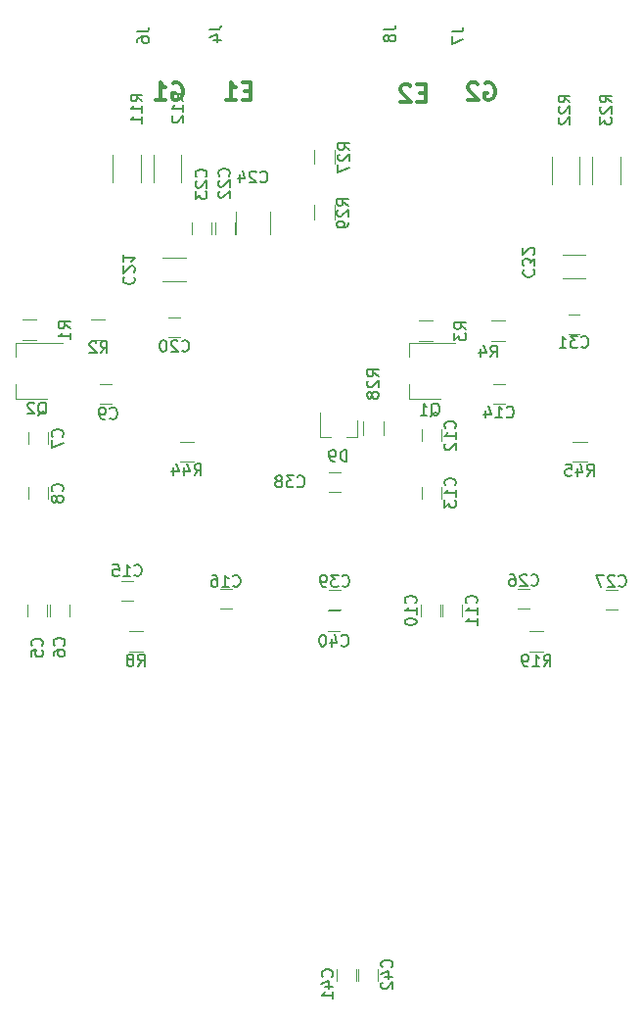
<source format=gbo>
G04 #@! TF.GenerationSoftware,KiCad,Pcbnew,no-vcs-found-b05a40e~61~ubuntu17.10.1*
G04 #@! TF.CreationDate,2017-12-27T10:39:54-05:00*
G04 #@! TF.ProjectId,ENNOID Dual Gate Driver,454E4E4F4944204475616C2047617465,rev?*
G04 #@! TF.SameCoordinates,Original*
G04 #@! TF.FileFunction,Legend,Bot*
G04 #@! TF.FilePolarity,Positive*
%FSLAX46Y46*%
G04 Gerber Fmt 4.6, Leading zero omitted, Abs format (unit mm)*
G04 Created by KiCad (PCBNEW no-vcs-found-b05a40e~61~ubuntu17.10.1) date Wed Dec 27 10:39:54 2017*
%MOMM*%
%LPD*%
G01*
G04 APERTURE LIST*
%ADD10C,0.300000*%
%ADD11C,0.120000*%
%ADD12C,0.150000*%
G04 APERTURE END LIST*
D10*
X23540114Y-8833657D02*
X23040114Y-8833657D01*
X22825828Y-9619371D02*
X23540114Y-9619371D01*
X23540114Y-8119371D01*
X22825828Y-8119371D01*
X21397257Y-9619371D02*
X22254400Y-9619371D01*
X21825828Y-9619371D02*
X21825828Y-8119371D01*
X21968685Y-8333657D01*
X22111542Y-8476514D01*
X22254400Y-8547942D01*
X16780628Y-8190800D02*
X16923485Y-8119371D01*
X17137771Y-8119371D01*
X17352057Y-8190800D01*
X17494914Y-8333657D01*
X17566342Y-8476514D01*
X17637771Y-8762228D01*
X17637771Y-8976514D01*
X17566342Y-9262228D01*
X17494914Y-9405085D01*
X17352057Y-9547942D01*
X17137771Y-9619371D01*
X16994914Y-9619371D01*
X16780628Y-9547942D01*
X16709200Y-9476514D01*
X16709200Y-8976514D01*
X16994914Y-8976514D01*
X15280628Y-9619371D02*
X16137771Y-9619371D01*
X15709200Y-9619371D02*
X15709200Y-8119371D01*
X15852057Y-8333657D01*
X15994914Y-8476514D01*
X16137771Y-8547942D01*
X43806228Y-8190800D02*
X43949085Y-8119371D01*
X44163371Y-8119371D01*
X44377657Y-8190800D01*
X44520514Y-8333657D01*
X44591942Y-8476514D01*
X44663371Y-8762228D01*
X44663371Y-8976514D01*
X44591942Y-9262228D01*
X44520514Y-9405085D01*
X44377657Y-9547942D01*
X44163371Y-9619371D01*
X44020514Y-9619371D01*
X43806228Y-9547942D01*
X43734800Y-9476514D01*
X43734800Y-8976514D01*
X44020514Y-8976514D01*
X43163371Y-8262228D02*
X43091942Y-8190800D01*
X42949085Y-8119371D01*
X42591942Y-8119371D01*
X42449085Y-8190800D01*
X42377657Y-8262228D01*
X42306228Y-8405085D01*
X42306228Y-8547942D01*
X42377657Y-8762228D01*
X43234800Y-9619371D01*
X42306228Y-9619371D01*
X38627714Y-8986057D02*
X38127714Y-8986057D01*
X37913428Y-9771771D02*
X38627714Y-9771771D01*
X38627714Y-8271771D01*
X37913428Y-8271771D01*
X37342000Y-8414628D02*
X37270571Y-8343200D01*
X37127714Y-8271771D01*
X36770571Y-8271771D01*
X36627714Y-8343200D01*
X36556285Y-8414628D01*
X36484857Y-8557485D01*
X36484857Y-8700342D01*
X36556285Y-8914628D01*
X37413428Y-9771771D01*
X36484857Y-9771771D01*
D11*
X32855800Y-85691600D02*
X32855800Y-84691600D01*
X34555800Y-84691600D02*
X34555800Y-85691600D01*
X5930000Y-53221000D02*
X5930000Y-54221000D01*
X4230000Y-54221000D02*
X4230000Y-53221000D01*
X6160400Y-54221000D02*
X6160400Y-53221000D01*
X7860400Y-53221000D02*
X7860400Y-54221000D01*
X6006200Y-38349300D02*
X6006200Y-39349300D01*
X4306200Y-39349300D02*
X4306200Y-38349300D01*
X4306200Y-44086400D02*
X4306200Y-43086400D01*
X6006200Y-43086400D02*
X6006200Y-44086400D01*
X10500000Y-34150000D02*
X11500000Y-34150000D01*
X11500000Y-35850000D02*
X10500000Y-35850000D01*
X39940600Y-53246400D02*
X39940600Y-54246400D01*
X38240600Y-54246400D02*
X38240600Y-53246400D01*
X40120200Y-54246400D02*
X40120200Y-53246400D01*
X41820200Y-53246400D02*
X41820200Y-54246400D01*
X40016800Y-38050800D02*
X40016800Y-39050800D01*
X38316800Y-39050800D02*
X38316800Y-38050800D01*
X38316800Y-44050800D02*
X38316800Y-43050800D01*
X40016800Y-43050800D02*
X40016800Y-44050800D01*
X44500000Y-34150000D02*
X45500000Y-34150000D01*
X45500000Y-35850000D02*
X44500000Y-35850000D01*
X12327000Y-51194600D02*
X13327000Y-51194600D01*
X13327000Y-52894600D02*
X12327000Y-52894600D01*
X20861400Y-51880400D02*
X21861400Y-51880400D01*
X21861400Y-53580400D02*
X20861400Y-53580400D01*
X16390400Y-28433600D02*
X17390400Y-28433600D01*
X17390400Y-30133600D02*
X16390400Y-30133600D01*
X15890400Y-23263600D02*
X17890400Y-23263600D01*
X17890400Y-25303600D02*
X15890400Y-25303600D01*
X22132200Y-20213000D02*
X22132200Y-21213000D01*
X20432200Y-21213000D02*
X20432200Y-20213000D01*
X18432200Y-21213000D02*
X18432200Y-20213000D01*
X20132200Y-20213000D02*
X20132200Y-21213000D01*
X22269000Y-19218400D02*
X22269000Y-21218400D01*
X25229000Y-21218400D02*
X25229000Y-19218400D01*
X47642400Y-53580400D02*
X46642400Y-53580400D01*
X46642400Y-51880400D02*
X47642400Y-51880400D01*
X54262400Y-51931200D02*
X55262400Y-51931200D01*
X55262400Y-53631200D02*
X54262400Y-53631200D01*
X51000000Y-28128800D02*
X52000000Y-28128800D01*
X52000000Y-29828800D02*
X51000000Y-29828800D01*
X50500000Y-22958800D02*
X52500000Y-22958800D01*
X52500000Y-24998800D02*
X50500000Y-24998800D01*
X30259400Y-51931200D02*
X31259400Y-51931200D01*
X31259400Y-53631200D02*
X30259400Y-53631200D01*
X31183200Y-55460000D02*
X30183200Y-55460000D01*
X30183200Y-53760000D02*
X31183200Y-53760000D01*
X32676200Y-84691600D02*
X32676200Y-85691600D01*
X30976200Y-85691600D02*
X30976200Y-84691600D01*
X37220000Y-30600000D02*
X37220000Y-31800000D01*
X41220000Y-30600000D02*
X37220000Y-30600000D01*
X37220000Y-35400000D02*
X39920000Y-35400000D01*
X37220000Y-34200000D02*
X37220000Y-35400000D01*
X3220000Y-30600000D02*
X3220000Y-31800000D01*
X7220000Y-30600000D02*
X3220000Y-30600000D01*
X3220000Y-35400000D02*
X5920000Y-35400000D01*
X3220000Y-34200000D02*
X3220000Y-35400000D01*
X4994200Y-28558600D02*
X3794200Y-28558600D01*
X3794200Y-30318600D02*
X4994200Y-30318600D01*
X10937800Y-28558600D02*
X9737800Y-28558600D01*
X9737800Y-30318600D02*
X10937800Y-30318600D01*
X38058800Y-30394800D02*
X39258800Y-30394800D01*
X39258800Y-28634800D02*
X38058800Y-28634800D01*
X45507200Y-28634800D02*
X44307200Y-28634800D01*
X44307200Y-30394800D02*
X45507200Y-30394800D01*
X14189000Y-55482600D02*
X12989000Y-55482600D01*
X12989000Y-57242600D02*
X14189000Y-57242600D01*
X13994000Y-14349600D02*
X13994000Y-16749600D01*
X11594000Y-14349600D02*
X11594000Y-16749600D01*
X15094000Y-14349600D02*
X15094000Y-16749600D01*
X17494000Y-14349600D02*
X17494000Y-16749600D01*
X47634600Y-57268000D02*
X48834600Y-57268000D01*
X48834600Y-55508000D02*
X47634600Y-55508000D01*
X49585600Y-14502000D02*
X49585600Y-16902000D01*
X51985600Y-14502000D02*
X51985600Y-16902000D01*
X55485600Y-14502000D02*
X55485600Y-16902000D01*
X53085600Y-14502000D02*
X53085600Y-16902000D01*
X29041200Y-13928800D02*
X29041200Y-15128800D01*
X30801200Y-15128800D02*
X30801200Y-13928800D01*
X34997600Y-38600000D02*
X34997600Y-37400000D01*
X33237600Y-37400000D02*
X33237600Y-38600000D01*
X30801200Y-19904000D02*
X30801200Y-18704000D01*
X29041200Y-18704000D02*
X29041200Y-19904000D01*
X30284800Y-41771200D02*
X31284800Y-41771200D01*
X31284800Y-43471200D02*
X30284800Y-43471200D01*
X32697600Y-38760000D02*
X32697600Y-37300000D01*
X29537600Y-38760000D02*
X29537600Y-36600000D01*
X29537600Y-38760000D02*
X30467600Y-38760000D01*
X32697600Y-38760000D02*
X31767600Y-38760000D01*
X18600000Y-39120000D02*
X17400000Y-39120000D01*
X17400000Y-40880000D02*
X18600000Y-40880000D01*
X51400000Y-40880000D02*
X52600000Y-40880000D01*
X52600000Y-39120000D02*
X51400000Y-39120000D01*
D12*
X35713942Y-84523342D02*
X35761561Y-84475723D01*
X35809180Y-84332866D01*
X35809180Y-84237628D01*
X35761561Y-84094771D01*
X35666323Y-83999533D01*
X35571085Y-83951914D01*
X35380609Y-83904295D01*
X35237752Y-83904295D01*
X35047276Y-83951914D01*
X34952038Y-83999533D01*
X34856800Y-84094771D01*
X34809180Y-84237628D01*
X34809180Y-84332866D01*
X34856800Y-84475723D01*
X34904419Y-84523342D01*
X35142514Y-85380485D02*
X35809180Y-85380485D01*
X34761561Y-85142390D02*
X35475847Y-84904295D01*
X35475847Y-85523342D01*
X34904419Y-85856676D02*
X34856800Y-85904295D01*
X34809180Y-85999533D01*
X34809180Y-86237628D01*
X34856800Y-86332866D01*
X34904419Y-86380485D01*
X34999657Y-86428104D01*
X35094895Y-86428104D01*
X35237752Y-86380485D01*
X35809180Y-85809057D01*
X35809180Y-86428104D01*
X5437142Y-56754733D02*
X5484761Y-56707114D01*
X5532380Y-56564257D01*
X5532380Y-56469019D01*
X5484761Y-56326161D01*
X5389523Y-56230923D01*
X5294285Y-56183304D01*
X5103809Y-56135685D01*
X4960952Y-56135685D01*
X4770476Y-56183304D01*
X4675238Y-56230923D01*
X4580000Y-56326161D01*
X4532380Y-56469019D01*
X4532380Y-56564257D01*
X4580000Y-56707114D01*
X4627619Y-56754733D01*
X4532380Y-57659495D02*
X4532380Y-57183304D01*
X5008571Y-57135685D01*
X4960952Y-57183304D01*
X4913333Y-57278542D01*
X4913333Y-57516638D01*
X4960952Y-57611876D01*
X5008571Y-57659495D01*
X5103809Y-57707114D01*
X5341904Y-57707114D01*
X5437142Y-57659495D01*
X5484761Y-57611876D01*
X5532380Y-57516638D01*
X5532380Y-57278542D01*
X5484761Y-57183304D01*
X5437142Y-57135685D01*
X7367542Y-56729333D02*
X7415161Y-56681714D01*
X7462780Y-56538857D01*
X7462780Y-56443619D01*
X7415161Y-56300761D01*
X7319923Y-56205523D01*
X7224685Y-56157904D01*
X7034209Y-56110285D01*
X6891352Y-56110285D01*
X6700876Y-56157904D01*
X6605638Y-56205523D01*
X6510400Y-56300761D01*
X6462780Y-56443619D01*
X6462780Y-56538857D01*
X6510400Y-56681714D01*
X6558019Y-56729333D01*
X6462780Y-57586476D02*
X6462780Y-57396000D01*
X6510400Y-57300761D01*
X6558019Y-57253142D01*
X6700876Y-57157904D01*
X6891352Y-57110285D01*
X7272304Y-57110285D01*
X7367542Y-57157904D01*
X7415161Y-57205523D01*
X7462780Y-57300761D01*
X7462780Y-57491238D01*
X7415161Y-57586476D01*
X7367542Y-57634095D01*
X7272304Y-57681714D01*
X7034209Y-57681714D01*
X6938971Y-57634095D01*
X6891352Y-57586476D01*
X6843733Y-57491238D01*
X6843733Y-57300761D01*
X6891352Y-57205523D01*
X6938971Y-57157904D01*
X7034209Y-57110285D01*
X7215142Y-38695333D02*
X7262761Y-38647714D01*
X7310380Y-38504857D01*
X7310380Y-38409619D01*
X7262761Y-38266761D01*
X7167523Y-38171523D01*
X7072285Y-38123904D01*
X6881809Y-38076285D01*
X6738952Y-38076285D01*
X6548476Y-38123904D01*
X6453238Y-38171523D01*
X6358000Y-38266761D01*
X6310380Y-38409619D01*
X6310380Y-38504857D01*
X6358000Y-38647714D01*
X6405619Y-38695333D01*
X6310380Y-39028666D02*
X6310380Y-39695333D01*
X7310380Y-39266761D01*
X7215142Y-43419733D02*
X7262761Y-43372114D01*
X7310380Y-43229257D01*
X7310380Y-43134019D01*
X7262761Y-42991161D01*
X7167523Y-42895923D01*
X7072285Y-42848304D01*
X6881809Y-42800685D01*
X6738952Y-42800685D01*
X6548476Y-42848304D01*
X6453238Y-42895923D01*
X6358000Y-42991161D01*
X6310380Y-43134019D01*
X6310380Y-43229257D01*
X6358000Y-43372114D01*
X6405619Y-43419733D01*
X6738952Y-43991161D02*
X6691333Y-43895923D01*
X6643714Y-43848304D01*
X6548476Y-43800685D01*
X6500857Y-43800685D01*
X6405619Y-43848304D01*
X6358000Y-43895923D01*
X6310380Y-43991161D01*
X6310380Y-44181638D01*
X6358000Y-44276876D01*
X6405619Y-44324495D01*
X6500857Y-44372114D01*
X6548476Y-44372114D01*
X6643714Y-44324495D01*
X6691333Y-44276876D01*
X6738952Y-44181638D01*
X6738952Y-43991161D01*
X6786571Y-43895923D01*
X6834190Y-43848304D01*
X6929428Y-43800685D01*
X7119904Y-43800685D01*
X7215142Y-43848304D01*
X7262761Y-43895923D01*
X7310380Y-43991161D01*
X7310380Y-44181638D01*
X7262761Y-44276876D01*
X7215142Y-44324495D01*
X7119904Y-44372114D01*
X6929428Y-44372114D01*
X6834190Y-44324495D01*
X6786571Y-44276876D01*
X6738952Y-44181638D01*
X11359706Y-37084342D02*
X11407325Y-37131961D01*
X11550182Y-37179580D01*
X11645420Y-37179580D01*
X11788278Y-37131961D01*
X11883516Y-37036723D01*
X11931135Y-36941485D01*
X11978754Y-36751009D01*
X11978754Y-36608152D01*
X11931135Y-36417676D01*
X11883516Y-36322438D01*
X11788278Y-36227200D01*
X11645420Y-36179580D01*
X11550182Y-36179580D01*
X11407325Y-36227200D01*
X11359706Y-36274819D01*
X10883516Y-37179580D02*
X10693040Y-37179580D01*
X10597801Y-37131961D01*
X10550182Y-37084342D01*
X10454944Y-36941485D01*
X10407325Y-36751009D01*
X10407325Y-36370057D01*
X10454944Y-36274819D01*
X10502563Y-36227200D01*
X10597801Y-36179580D01*
X10788278Y-36179580D01*
X10883516Y-36227200D01*
X10931135Y-36274819D01*
X10978754Y-36370057D01*
X10978754Y-36608152D01*
X10931135Y-36703390D01*
X10883516Y-36751009D01*
X10788278Y-36798628D01*
X10597801Y-36798628D01*
X10502563Y-36751009D01*
X10454944Y-36703390D01*
X10407325Y-36608152D01*
X37771342Y-53065442D02*
X37818961Y-53017823D01*
X37866580Y-52874966D01*
X37866580Y-52779728D01*
X37818961Y-52636871D01*
X37723723Y-52541633D01*
X37628485Y-52494014D01*
X37438009Y-52446395D01*
X37295152Y-52446395D01*
X37104676Y-52494014D01*
X37009438Y-52541633D01*
X36914200Y-52636871D01*
X36866580Y-52779728D01*
X36866580Y-52874966D01*
X36914200Y-53017823D01*
X36961819Y-53065442D01*
X37866580Y-54017823D02*
X37866580Y-53446395D01*
X37866580Y-53732109D02*
X36866580Y-53732109D01*
X37009438Y-53636871D01*
X37104676Y-53541633D01*
X37152295Y-53446395D01*
X36866580Y-54636871D02*
X36866580Y-54732109D01*
X36914200Y-54827347D01*
X36961819Y-54874966D01*
X37057057Y-54922585D01*
X37247533Y-54970204D01*
X37485628Y-54970204D01*
X37676104Y-54922585D01*
X37771342Y-54874966D01*
X37818961Y-54827347D01*
X37866580Y-54732109D01*
X37866580Y-54636871D01*
X37818961Y-54541633D01*
X37771342Y-54494014D01*
X37676104Y-54446395D01*
X37485628Y-54398776D01*
X37247533Y-54398776D01*
X37057057Y-54446395D01*
X36961819Y-54494014D01*
X36914200Y-54541633D01*
X36866580Y-54636871D01*
X43029142Y-53065442D02*
X43076761Y-53017823D01*
X43124380Y-52874966D01*
X43124380Y-52779728D01*
X43076761Y-52636871D01*
X42981523Y-52541633D01*
X42886285Y-52494014D01*
X42695809Y-52446395D01*
X42552952Y-52446395D01*
X42362476Y-52494014D01*
X42267238Y-52541633D01*
X42172000Y-52636871D01*
X42124380Y-52779728D01*
X42124380Y-52874966D01*
X42172000Y-53017823D01*
X42219619Y-53065442D01*
X43124380Y-54017823D02*
X43124380Y-53446395D01*
X43124380Y-53732109D02*
X42124380Y-53732109D01*
X42267238Y-53636871D01*
X42362476Y-53541633D01*
X42410095Y-53446395D01*
X43124380Y-54970204D02*
X43124380Y-54398776D01*
X43124380Y-54684490D02*
X42124380Y-54684490D01*
X42267238Y-54589252D01*
X42362476Y-54494014D01*
X42410095Y-54398776D01*
X41200342Y-37958742D02*
X41247961Y-37911123D01*
X41295580Y-37768266D01*
X41295580Y-37673028D01*
X41247961Y-37530171D01*
X41152723Y-37434933D01*
X41057485Y-37387314D01*
X40867009Y-37339695D01*
X40724152Y-37339695D01*
X40533676Y-37387314D01*
X40438438Y-37434933D01*
X40343200Y-37530171D01*
X40295580Y-37673028D01*
X40295580Y-37768266D01*
X40343200Y-37911123D01*
X40390819Y-37958742D01*
X41295580Y-38911123D02*
X41295580Y-38339695D01*
X41295580Y-38625409D02*
X40295580Y-38625409D01*
X40438438Y-38530171D01*
X40533676Y-38434933D01*
X40581295Y-38339695D01*
X40390819Y-39292076D02*
X40343200Y-39339695D01*
X40295580Y-39434933D01*
X40295580Y-39673028D01*
X40343200Y-39768266D01*
X40390819Y-39815885D01*
X40486057Y-39863504D01*
X40581295Y-39863504D01*
X40724152Y-39815885D01*
X41295580Y-39244457D01*
X41295580Y-39863504D01*
X41200342Y-42907942D02*
X41247961Y-42860323D01*
X41295580Y-42717466D01*
X41295580Y-42622228D01*
X41247961Y-42479371D01*
X41152723Y-42384133D01*
X41057485Y-42336514D01*
X40867009Y-42288895D01*
X40724152Y-42288895D01*
X40533676Y-42336514D01*
X40438438Y-42384133D01*
X40343200Y-42479371D01*
X40295580Y-42622228D01*
X40295580Y-42717466D01*
X40343200Y-42860323D01*
X40390819Y-42907942D01*
X41295580Y-43860323D02*
X41295580Y-43288895D01*
X41295580Y-43574609D02*
X40295580Y-43574609D01*
X40438438Y-43479371D01*
X40533676Y-43384133D01*
X40581295Y-43288895D01*
X40295580Y-44193657D02*
X40295580Y-44812704D01*
X40676533Y-44479371D01*
X40676533Y-44622228D01*
X40724152Y-44717466D01*
X40771771Y-44765085D01*
X40867009Y-44812704D01*
X41105104Y-44812704D01*
X41200342Y-44765085D01*
X41247961Y-44717466D01*
X41295580Y-44622228D01*
X41295580Y-44336514D01*
X41247961Y-44241276D01*
X41200342Y-44193657D01*
X45651657Y-36985282D02*
X45699276Y-37032901D01*
X45842133Y-37080520D01*
X45937371Y-37080520D01*
X46080228Y-37032901D01*
X46175466Y-36937663D01*
X46223085Y-36842425D01*
X46270704Y-36651949D01*
X46270704Y-36509092D01*
X46223085Y-36318616D01*
X46175466Y-36223378D01*
X46080228Y-36128140D01*
X45937371Y-36080520D01*
X45842133Y-36080520D01*
X45699276Y-36128140D01*
X45651657Y-36175759D01*
X44699276Y-37080520D02*
X45270704Y-37080520D01*
X44984990Y-37080520D02*
X44984990Y-36080520D01*
X45080228Y-36223378D01*
X45175466Y-36318616D01*
X45270704Y-36366235D01*
X43842133Y-36413854D02*
X43842133Y-37080520D01*
X44080228Y-36032901D02*
X44318323Y-36747187D01*
X43699276Y-36747187D01*
X13469857Y-50651742D02*
X13517476Y-50699361D01*
X13660333Y-50746980D01*
X13755571Y-50746980D01*
X13898428Y-50699361D01*
X13993666Y-50604123D01*
X14041285Y-50508885D01*
X14088904Y-50318409D01*
X14088904Y-50175552D01*
X14041285Y-49985076D01*
X13993666Y-49889838D01*
X13898428Y-49794600D01*
X13755571Y-49746980D01*
X13660333Y-49746980D01*
X13517476Y-49794600D01*
X13469857Y-49842219D01*
X12517476Y-50746980D02*
X13088904Y-50746980D01*
X12803190Y-50746980D02*
X12803190Y-49746980D01*
X12898428Y-49889838D01*
X12993666Y-49985076D01*
X13088904Y-50032695D01*
X11612714Y-49746980D02*
X12088904Y-49746980D01*
X12136523Y-50223171D01*
X12088904Y-50175552D01*
X11993666Y-50127933D01*
X11755571Y-50127933D01*
X11660333Y-50175552D01*
X11612714Y-50223171D01*
X11565095Y-50318409D01*
X11565095Y-50556504D01*
X11612714Y-50651742D01*
X11660333Y-50699361D01*
X11755571Y-50746980D01*
X11993666Y-50746980D01*
X12088904Y-50699361D01*
X12136523Y-50651742D01*
X22004257Y-51563542D02*
X22051876Y-51611161D01*
X22194733Y-51658780D01*
X22289971Y-51658780D01*
X22432828Y-51611161D01*
X22528066Y-51515923D01*
X22575685Y-51420685D01*
X22623304Y-51230209D01*
X22623304Y-51087352D01*
X22575685Y-50896876D01*
X22528066Y-50801638D01*
X22432828Y-50706400D01*
X22289971Y-50658780D01*
X22194733Y-50658780D01*
X22051876Y-50706400D01*
X22004257Y-50754019D01*
X21051876Y-51658780D02*
X21623304Y-51658780D01*
X21337590Y-51658780D02*
X21337590Y-50658780D01*
X21432828Y-50801638D01*
X21528066Y-50896876D01*
X21623304Y-50944495D01*
X20194733Y-50658780D02*
X20385209Y-50658780D01*
X20480447Y-50706400D01*
X20528066Y-50754019D01*
X20623304Y-50896876D01*
X20670923Y-51087352D01*
X20670923Y-51468304D01*
X20623304Y-51563542D01*
X20575685Y-51611161D01*
X20480447Y-51658780D01*
X20289971Y-51658780D01*
X20194733Y-51611161D01*
X20147114Y-51563542D01*
X20099495Y-51468304D01*
X20099495Y-51230209D01*
X20147114Y-51134971D01*
X20194733Y-51087352D01*
X20289971Y-51039733D01*
X20480447Y-51039733D01*
X20575685Y-51087352D01*
X20623304Y-51134971D01*
X20670923Y-51230209D01*
X17584057Y-31266342D02*
X17631676Y-31313961D01*
X17774533Y-31361580D01*
X17869771Y-31361580D01*
X18012628Y-31313961D01*
X18107866Y-31218723D01*
X18155485Y-31123485D01*
X18203104Y-30933009D01*
X18203104Y-30790152D01*
X18155485Y-30599676D01*
X18107866Y-30504438D01*
X18012628Y-30409200D01*
X17869771Y-30361580D01*
X17774533Y-30361580D01*
X17631676Y-30409200D01*
X17584057Y-30456819D01*
X17203104Y-30456819D02*
X17155485Y-30409200D01*
X17060247Y-30361580D01*
X16822152Y-30361580D01*
X16726914Y-30409200D01*
X16679295Y-30456819D01*
X16631676Y-30552057D01*
X16631676Y-30647295D01*
X16679295Y-30790152D01*
X17250723Y-31361580D01*
X16631676Y-31361580D01*
X16012628Y-30361580D02*
X15917390Y-30361580D01*
X15822152Y-30409200D01*
X15774533Y-30456819D01*
X15726914Y-30552057D01*
X15679295Y-30742533D01*
X15679295Y-30980628D01*
X15726914Y-31171104D01*
X15774533Y-31266342D01*
X15822152Y-31313961D01*
X15917390Y-31361580D01*
X16012628Y-31361580D01*
X16107866Y-31313961D01*
X16155485Y-31266342D01*
X16203104Y-31171104D01*
X16250723Y-30980628D01*
X16250723Y-30742533D01*
X16203104Y-30552057D01*
X16155485Y-30456819D01*
X16107866Y-30409200D01*
X16012628Y-30361580D01*
X12589657Y-24890897D02*
X12542038Y-24938516D01*
X12494419Y-25081373D01*
X12494419Y-25176611D01*
X12542038Y-25319468D01*
X12637276Y-25414706D01*
X12732514Y-25462325D01*
X12922990Y-25509944D01*
X13065847Y-25509944D01*
X13256323Y-25462325D01*
X13351561Y-25414706D01*
X13446800Y-25319468D01*
X13494419Y-25176611D01*
X13494419Y-25081373D01*
X13446800Y-24938516D01*
X13399180Y-24890897D01*
X13399180Y-24509944D02*
X13446800Y-24462325D01*
X13494419Y-24367087D01*
X13494419Y-24128992D01*
X13446800Y-24033754D01*
X13399180Y-23986135D01*
X13303942Y-23938516D01*
X13208704Y-23938516D01*
X13065847Y-23986135D01*
X12494419Y-24557563D01*
X12494419Y-23938516D01*
X12494419Y-22986135D02*
X12494419Y-23557563D01*
X12494419Y-23271849D02*
X13494419Y-23271849D01*
X13351561Y-23367087D01*
X13256323Y-23462325D01*
X13208704Y-23557563D01*
X21624102Y-16171242D02*
X21671721Y-16123623D01*
X21719340Y-15980766D01*
X21719340Y-15885528D01*
X21671721Y-15742671D01*
X21576483Y-15647433D01*
X21481245Y-15599814D01*
X21290769Y-15552195D01*
X21147912Y-15552195D01*
X20957436Y-15599814D01*
X20862198Y-15647433D01*
X20766960Y-15742671D01*
X20719340Y-15885528D01*
X20719340Y-15980766D01*
X20766960Y-16123623D01*
X20814579Y-16171242D01*
X20814579Y-16552195D02*
X20766960Y-16599814D01*
X20719340Y-16695052D01*
X20719340Y-16933147D01*
X20766960Y-17028385D01*
X20814579Y-17076004D01*
X20909817Y-17123623D01*
X21005055Y-17123623D01*
X21147912Y-17076004D01*
X21719340Y-16504576D01*
X21719340Y-17123623D01*
X20814579Y-17504576D02*
X20766960Y-17552195D01*
X20719340Y-17647433D01*
X20719340Y-17885528D01*
X20766960Y-17980766D01*
X20814579Y-18028385D01*
X20909817Y-18076004D01*
X21005055Y-18076004D01*
X21147912Y-18028385D01*
X21719340Y-17456957D01*
X21719340Y-18076004D01*
X19646962Y-16234742D02*
X19694581Y-16187123D01*
X19742200Y-16044266D01*
X19742200Y-15949028D01*
X19694581Y-15806171D01*
X19599343Y-15710933D01*
X19504105Y-15663314D01*
X19313629Y-15615695D01*
X19170772Y-15615695D01*
X18980296Y-15663314D01*
X18885058Y-15710933D01*
X18789820Y-15806171D01*
X18742200Y-15949028D01*
X18742200Y-16044266D01*
X18789820Y-16187123D01*
X18837439Y-16234742D01*
X18837439Y-16615695D02*
X18789820Y-16663314D01*
X18742200Y-16758552D01*
X18742200Y-16996647D01*
X18789820Y-17091885D01*
X18837439Y-17139504D01*
X18932677Y-17187123D01*
X19027915Y-17187123D01*
X19170772Y-17139504D01*
X19742200Y-16568076D01*
X19742200Y-17187123D01*
X18742200Y-17520457D02*
X18742200Y-18139504D01*
X19123153Y-17806171D01*
X19123153Y-17949028D01*
X19170772Y-18044266D01*
X19218391Y-18091885D01*
X19313629Y-18139504D01*
X19551724Y-18139504D01*
X19646962Y-18091885D01*
X19694581Y-18044266D01*
X19742200Y-17949028D01*
X19742200Y-17663314D01*
X19694581Y-17568076D01*
X19646962Y-17520457D01*
X24366457Y-16653782D02*
X24414076Y-16701401D01*
X24556933Y-16749020D01*
X24652171Y-16749020D01*
X24795028Y-16701401D01*
X24890266Y-16606163D01*
X24937885Y-16510925D01*
X24985504Y-16320449D01*
X24985504Y-16177592D01*
X24937885Y-15987116D01*
X24890266Y-15891878D01*
X24795028Y-15796640D01*
X24652171Y-15749020D01*
X24556933Y-15749020D01*
X24414076Y-15796640D01*
X24366457Y-15844259D01*
X23985504Y-15844259D02*
X23937885Y-15796640D01*
X23842647Y-15749020D01*
X23604552Y-15749020D01*
X23509314Y-15796640D01*
X23461695Y-15844259D01*
X23414076Y-15939497D01*
X23414076Y-16034735D01*
X23461695Y-16177592D01*
X24033123Y-16749020D01*
X23414076Y-16749020D01*
X22556933Y-16082354D02*
X22556933Y-16749020D01*
X22795028Y-15701401D02*
X23033123Y-16415687D01*
X22414076Y-16415687D01*
X47785257Y-51500042D02*
X47832876Y-51547661D01*
X47975733Y-51595280D01*
X48070971Y-51595280D01*
X48213828Y-51547661D01*
X48309066Y-51452423D01*
X48356685Y-51357185D01*
X48404304Y-51166709D01*
X48404304Y-51023852D01*
X48356685Y-50833376D01*
X48309066Y-50738138D01*
X48213828Y-50642900D01*
X48070971Y-50595280D01*
X47975733Y-50595280D01*
X47832876Y-50642900D01*
X47785257Y-50690519D01*
X47404304Y-50690519D02*
X47356685Y-50642900D01*
X47261447Y-50595280D01*
X47023352Y-50595280D01*
X46928114Y-50642900D01*
X46880495Y-50690519D01*
X46832876Y-50785757D01*
X46832876Y-50880995D01*
X46880495Y-51023852D01*
X47451923Y-51595280D01*
X46832876Y-51595280D01*
X45975733Y-50595280D02*
X46166209Y-50595280D01*
X46261447Y-50642900D01*
X46309066Y-50690519D01*
X46404304Y-50833376D01*
X46451923Y-51023852D01*
X46451923Y-51404804D01*
X46404304Y-51500042D01*
X46356685Y-51547661D01*
X46261447Y-51595280D01*
X46070971Y-51595280D01*
X45975733Y-51547661D01*
X45928114Y-51500042D01*
X45880495Y-51404804D01*
X45880495Y-51166709D01*
X45928114Y-51071471D01*
X45975733Y-51023852D01*
X46070971Y-50976233D01*
X46261447Y-50976233D01*
X46356685Y-51023852D01*
X46404304Y-51071471D01*
X46451923Y-51166709D01*
X55379857Y-51563542D02*
X55427476Y-51611161D01*
X55570333Y-51658780D01*
X55665571Y-51658780D01*
X55808428Y-51611161D01*
X55903666Y-51515923D01*
X55951285Y-51420685D01*
X55998904Y-51230209D01*
X55998904Y-51087352D01*
X55951285Y-50896876D01*
X55903666Y-50801638D01*
X55808428Y-50706400D01*
X55665571Y-50658780D01*
X55570333Y-50658780D01*
X55427476Y-50706400D01*
X55379857Y-50754019D01*
X54998904Y-50754019D02*
X54951285Y-50706400D01*
X54856047Y-50658780D01*
X54617952Y-50658780D01*
X54522714Y-50706400D01*
X54475095Y-50754019D01*
X54427476Y-50849257D01*
X54427476Y-50944495D01*
X54475095Y-51087352D01*
X55046523Y-51658780D01*
X54427476Y-51658780D01*
X54094142Y-50658780D02*
X53427476Y-50658780D01*
X53856047Y-51658780D01*
X52142857Y-30910742D02*
X52190476Y-30958361D01*
X52333333Y-31005980D01*
X52428571Y-31005980D01*
X52571428Y-30958361D01*
X52666666Y-30863123D01*
X52714285Y-30767885D01*
X52761904Y-30577409D01*
X52761904Y-30434552D01*
X52714285Y-30244076D01*
X52666666Y-30148838D01*
X52571428Y-30053600D01*
X52428571Y-30005980D01*
X52333333Y-30005980D01*
X52190476Y-30053600D01*
X52142857Y-30101219D01*
X51809523Y-30005980D02*
X51190476Y-30005980D01*
X51523809Y-30386933D01*
X51380952Y-30386933D01*
X51285714Y-30434552D01*
X51238095Y-30482171D01*
X51190476Y-30577409D01*
X51190476Y-30815504D01*
X51238095Y-30910742D01*
X51285714Y-30958361D01*
X51380952Y-31005980D01*
X51666666Y-31005980D01*
X51761904Y-30958361D01*
X51809523Y-30910742D01*
X50238095Y-31005980D02*
X50809523Y-31005980D01*
X50523809Y-31005980D02*
X50523809Y-30005980D01*
X50619047Y-30148838D01*
X50714285Y-30244076D01*
X50809523Y-30291695D01*
X47165217Y-24278757D02*
X47117598Y-24326376D01*
X47069979Y-24469233D01*
X47069979Y-24564471D01*
X47117598Y-24707328D01*
X47212836Y-24802566D01*
X47308074Y-24850185D01*
X47498550Y-24897804D01*
X47641407Y-24897804D01*
X47831883Y-24850185D01*
X47927121Y-24802566D01*
X48022360Y-24707328D01*
X48069979Y-24564471D01*
X48069979Y-24469233D01*
X48022360Y-24326376D01*
X47974740Y-24278757D01*
X48069979Y-23945423D02*
X48069979Y-23326376D01*
X47689026Y-23659709D01*
X47689026Y-23516852D01*
X47641407Y-23421614D01*
X47593788Y-23373995D01*
X47498550Y-23326376D01*
X47260455Y-23326376D01*
X47165217Y-23373995D01*
X47117598Y-23421614D01*
X47069979Y-23516852D01*
X47069979Y-23802566D01*
X47117598Y-23897804D01*
X47165217Y-23945423D01*
X47974740Y-22945423D02*
X48022360Y-22897804D01*
X48069979Y-22802566D01*
X48069979Y-22564471D01*
X48022360Y-22469233D01*
X47974740Y-22421614D01*
X47879502Y-22373995D01*
X47784264Y-22373995D01*
X47641407Y-22421614D01*
X47069979Y-22993042D01*
X47069979Y-22373995D01*
X31427657Y-51563542D02*
X31475276Y-51611161D01*
X31618133Y-51658780D01*
X31713371Y-51658780D01*
X31856228Y-51611161D01*
X31951466Y-51515923D01*
X31999085Y-51420685D01*
X32046704Y-51230209D01*
X32046704Y-51087352D01*
X31999085Y-50896876D01*
X31951466Y-50801638D01*
X31856228Y-50706400D01*
X31713371Y-50658780D01*
X31618133Y-50658780D01*
X31475276Y-50706400D01*
X31427657Y-50754019D01*
X31094323Y-50658780D02*
X30475276Y-50658780D01*
X30808609Y-51039733D01*
X30665752Y-51039733D01*
X30570514Y-51087352D01*
X30522895Y-51134971D01*
X30475276Y-51230209D01*
X30475276Y-51468304D01*
X30522895Y-51563542D01*
X30570514Y-51611161D01*
X30665752Y-51658780D01*
X30951466Y-51658780D01*
X31046704Y-51611161D01*
X31094323Y-51563542D01*
X29999085Y-51658780D02*
X29808609Y-51658780D01*
X29713371Y-51611161D01*
X29665752Y-51563542D01*
X29570514Y-51420685D01*
X29522895Y-51230209D01*
X29522895Y-50849257D01*
X29570514Y-50754019D01*
X29618133Y-50706400D01*
X29713371Y-50658780D01*
X29903847Y-50658780D01*
X29999085Y-50706400D01*
X30046704Y-50754019D01*
X30094323Y-50849257D01*
X30094323Y-51087352D01*
X30046704Y-51182590D01*
X29999085Y-51230209D01*
X29903847Y-51277828D01*
X29713371Y-51277828D01*
X29618133Y-51230209D01*
X29570514Y-51182590D01*
X29522895Y-51087352D01*
X31376857Y-56719742D02*
X31424476Y-56767361D01*
X31567333Y-56814980D01*
X31662571Y-56814980D01*
X31805428Y-56767361D01*
X31900666Y-56672123D01*
X31948285Y-56576885D01*
X31995904Y-56386409D01*
X31995904Y-56243552D01*
X31948285Y-56053076D01*
X31900666Y-55957838D01*
X31805428Y-55862600D01*
X31662571Y-55814980D01*
X31567333Y-55814980D01*
X31424476Y-55862600D01*
X31376857Y-55910219D01*
X30519714Y-56148314D02*
X30519714Y-56814980D01*
X30757809Y-55767361D02*
X30995904Y-56481647D01*
X30376857Y-56481647D01*
X29805428Y-55814980D02*
X29710190Y-55814980D01*
X29614952Y-55862600D01*
X29567333Y-55910219D01*
X29519714Y-56005457D01*
X29472095Y-56195933D01*
X29472095Y-56434028D01*
X29519714Y-56624504D01*
X29567333Y-56719742D01*
X29614952Y-56767361D01*
X29710190Y-56814980D01*
X29805428Y-56814980D01*
X29900666Y-56767361D01*
X29948285Y-56719742D01*
X29995904Y-56624504D01*
X30043523Y-56434028D01*
X30043523Y-56195933D01*
X29995904Y-56005457D01*
X29948285Y-55910219D01*
X29900666Y-55862600D01*
X29805428Y-55814980D01*
X30557742Y-85361542D02*
X30605361Y-85313923D01*
X30652980Y-85171066D01*
X30652980Y-85075828D01*
X30605361Y-84932971D01*
X30510123Y-84837733D01*
X30414885Y-84790114D01*
X30224409Y-84742495D01*
X30081552Y-84742495D01*
X29891076Y-84790114D01*
X29795838Y-84837733D01*
X29700600Y-84932971D01*
X29652980Y-85075828D01*
X29652980Y-85171066D01*
X29700600Y-85313923D01*
X29748219Y-85361542D01*
X29986314Y-86218685D02*
X30652980Y-86218685D01*
X29605361Y-85980590D02*
X30319647Y-85742495D01*
X30319647Y-86361542D01*
X30652980Y-87266304D02*
X30652980Y-86694876D01*
X30652980Y-86980590D02*
X29652980Y-86980590D01*
X29795838Y-86885352D01*
X29891076Y-86790114D01*
X29938695Y-86694876D01*
X39109638Y-36931219D02*
X39204876Y-36883600D01*
X39300114Y-36788361D01*
X39442971Y-36645504D01*
X39538209Y-36597885D01*
X39633447Y-36597885D01*
X39585828Y-36835980D02*
X39681066Y-36788361D01*
X39776304Y-36693123D01*
X39823923Y-36502647D01*
X39823923Y-36169314D01*
X39776304Y-35978838D01*
X39681066Y-35883600D01*
X39585828Y-35835980D01*
X39395352Y-35835980D01*
X39300114Y-35883600D01*
X39204876Y-35978838D01*
X39157257Y-36169314D01*
X39157257Y-36502647D01*
X39204876Y-36693123D01*
X39300114Y-36788361D01*
X39395352Y-36835980D01*
X39585828Y-36835980D01*
X38204876Y-36835980D02*
X38776304Y-36835980D01*
X38490590Y-36835980D02*
X38490590Y-35835980D01*
X38585828Y-35978838D01*
X38681066Y-36074076D01*
X38776304Y-36121695D01*
X5124438Y-36829619D02*
X5219676Y-36782000D01*
X5314914Y-36686761D01*
X5457771Y-36543904D01*
X5553009Y-36496285D01*
X5648247Y-36496285D01*
X5600628Y-36734380D02*
X5695866Y-36686761D01*
X5791104Y-36591523D01*
X5838723Y-36401047D01*
X5838723Y-36067714D01*
X5791104Y-35877238D01*
X5695866Y-35782000D01*
X5600628Y-35734380D01*
X5410152Y-35734380D01*
X5314914Y-35782000D01*
X5219676Y-35877238D01*
X5172057Y-36067714D01*
X5172057Y-36401047D01*
X5219676Y-36591523D01*
X5314914Y-36686761D01*
X5410152Y-36734380D01*
X5600628Y-36734380D01*
X4791104Y-35829619D02*
X4743485Y-35782000D01*
X4648247Y-35734380D01*
X4410152Y-35734380D01*
X4314914Y-35782000D01*
X4267295Y-35829619D01*
X4219676Y-35924857D01*
X4219676Y-36020095D01*
X4267295Y-36162952D01*
X4838723Y-36734380D01*
X4219676Y-36734380D01*
X7899660Y-29345593D02*
X7423470Y-29012260D01*
X7899660Y-28774164D02*
X6899660Y-28774164D01*
X6899660Y-29155117D01*
X6947280Y-29250355D01*
X6994899Y-29297974D01*
X7090137Y-29345593D01*
X7232994Y-29345593D01*
X7328232Y-29297974D01*
X7375851Y-29250355D01*
X7423470Y-29155117D01*
X7423470Y-28774164D01*
X7899660Y-30297974D02*
X7899660Y-29726545D01*
X7899660Y-30012260D02*
X6899660Y-30012260D01*
X7042518Y-29917021D01*
X7137756Y-29821783D01*
X7185375Y-29726545D01*
X10534946Y-31468320D02*
X10868280Y-30992130D01*
X11106375Y-31468320D02*
X11106375Y-30468320D01*
X10725422Y-30468320D01*
X10630184Y-30515940D01*
X10582565Y-30563559D01*
X10534946Y-30658797D01*
X10534946Y-30801654D01*
X10582565Y-30896892D01*
X10630184Y-30944511D01*
X10725422Y-30992130D01*
X11106375Y-30992130D01*
X10153994Y-30563559D02*
X10106375Y-30515940D01*
X10011137Y-30468320D01*
X9773041Y-30468320D01*
X9677803Y-30515940D01*
X9630184Y-30563559D01*
X9582565Y-30658797D01*
X9582565Y-30754035D01*
X9630184Y-30896892D01*
X10201613Y-31468320D01*
X9582565Y-31468320D01*
X42151560Y-29414173D02*
X41675370Y-29080840D01*
X42151560Y-28842744D02*
X41151560Y-28842744D01*
X41151560Y-29223697D01*
X41199180Y-29318935D01*
X41246799Y-29366554D01*
X41342037Y-29414173D01*
X41484894Y-29414173D01*
X41580132Y-29366554D01*
X41627751Y-29318935D01*
X41675370Y-29223697D01*
X41675370Y-28842744D01*
X41151560Y-29747506D02*
X41151560Y-30366554D01*
X41532513Y-30033220D01*
X41532513Y-30176078D01*
X41580132Y-30271316D01*
X41627751Y-30318935D01*
X41722989Y-30366554D01*
X41961084Y-30366554D01*
X42056322Y-30318935D01*
X42103941Y-30271316D01*
X42151560Y-30176078D01*
X42151560Y-29890363D01*
X42103941Y-29795125D01*
X42056322Y-29747506D01*
X44268686Y-31818840D02*
X44602020Y-31342650D01*
X44840115Y-31818840D02*
X44840115Y-30818840D01*
X44459162Y-30818840D01*
X44363924Y-30866460D01*
X44316305Y-30914079D01*
X44268686Y-31009317D01*
X44268686Y-31152174D01*
X44316305Y-31247412D01*
X44363924Y-31295031D01*
X44459162Y-31342650D01*
X44840115Y-31342650D01*
X43411543Y-31152174D02*
X43411543Y-31818840D01*
X43649639Y-30771221D02*
X43887734Y-31485507D01*
X43268686Y-31485507D01*
X13755666Y-58514980D02*
X14089000Y-58038790D01*
X14327095Y-58514980D02*
X14327095Y-57514980D01*
X13946142Y-57514980D01*
X13850904Y-57562600D01*
X13803285Y-57610219D01*
X13755666Y-57705457D01*
X13755666Y-57848314D01*
X13803285Y-57943552D01*
X13850904Y-57991171D01*
X13946142Y-58038790D01*
X14327095Y-58038790D01*
X13184238Y-57943552D02*
X13279476Y-57895933D01*
X13327095Y-57848314D01*
X13374714Y-57753076D01*
X13374714Y-57705457D01*
X13327095Y-57610219D01*
X13279476Y-57562600D01*
X13184238Y-57514980D01*
X12993761Y-57514980D01*
X12898523Y-57562600D01*
X12850904Y-57610219D01*
X12803285Y-57705457D01*
X12803285Y-57753076D01*
X12850904Y-57848314D01*
X12898523Y-57895933D01*
X12993761Y-57943552D01*
X13184238Y-57943552D01*
X13279476Y-57991171D01*
X13327095Y-58038790D01*
X13374714Y-58134028D01*
X13374714Y-58324504D01*
X13327095Y-58419742D01*
X13279476Y-58467361D01*
X13184238Y-58514980D01*
X12993761Y-58514980D01*
X12898523Y-58467361D01*
X12850904Y-58419742D01*
X12803285Y-58324504D01*
X12803285Y-58134028D01*
X12850904Y-58038790D01*
X12898523Y-57991171D01*
X12993761Y-57943552D01*
X14153180Y-9720342D02*
X13676990Y-9387009D01*
X14153180Y-9148914D02*
X13153180Y-9148914D01*
X13153180Y-9529866D01*
X13200800Y-9625104D01*
X13248419Y-9672723D01*
X13343657Y-9720342D01*
X13486514Y-9720342D01*
X13581752Y-9672723D01*
X13629371Y-9625104D01*
X13676990Y-9529866D01*
X13676990Y-9148914D01*
X14153180Y-10672723D02*
X14153180Y-10101295D01*
X14153180Y-10387009D02*
X13153180Y-10387009D01*
X13296038Y-10291771D01*
X13391276Y-10196533D01*
X13438895Y-10101295D01*
X14153180Y-11625104D02*
X14153180Y-11053676D01*
X14153180Y-11339390D02*
X13153180Y-11339390D01*
X13296038Y-11244152D01*
X13391276Y-11148914D01*
X13438895Y-11053676D01*
X17698780Y-9669542D02*
X17222590Y-9336209D01*
X17698780Y-9098114D02*
X16698780Y-9098114D01*
X16698780Y-9479066D01*
X16746400Y-9574304D01*
X16794019Y-9621923D01*
X16889257Y-9669542D01*
X17032114Y-9669542D01*
X17127352Y-9621923D01*
X17174971Y-9574304D01*
X17222590Y-9479066D01*
X17222590Y-9098114D01*
X17698780Y-10621923D02*
X17698780Y-10050495D01*
X17698780Y-10336209D02*
X16698780Y-10336209D01*
X16841638Y-10240971D01*
X16936876Y-10145733D01*
X16984495Y-10050495D01*
X16794019Y-11002876D02*
X16746400Y-11050495D01*
X16698780Y-11145733D01*
X16698780Y-11383828D01*
X16746400Y-11479066D01*
X16794019Y-11526685D01*
X16889257Y-11574304D01*
X16984495Y-11574304D01*
X17127352Y-11526685D01*
X17698780Y-10955257D01*
X17698780Y-11574304D01*
X48877457Y-58540380D02*
X49210790Y-58064190D01*
X49448885Y-58540380D02*
X49448885Y-57540380D01*
X49067933Y-57540380D01*
X48972695Y-57588000D01*
X48925076Y-57635619D01*
X48877457Y-57730857D01*
X48877457Y-57873714D01*
X48925076Y-57968952D01*
X48972695Y-58016571D01*
X49067933Y-58064190D01*
X49448885Y-58064190D01*
X47925076Y-58540380D02*
X48496504Y-58540380D01*
X48210790Y-58540380D02*
X48210790Y-57540380D01*
X48306028Y-57683238D01*
X48401266Y-57778476D01*
X48496504Y-57826095D01*
X47448885Y-58540380D02*
X47258409Y-58540380D01*
X47163171Y-58492761D01*
X47115552Y-58445142D01*
X47020314Y-58302285D01*
X46972695Y-58111809D01*
X46972695Y-57730857D01*
X47020314Y-57635619D01*
X47067933Y-57588000D01*
X47163171Y-57540380D01*
X47353647Y-57540380D01*
X47448885Y-57588000D01*
X47496504Y-57635619D01*
X47544123Y-57730857D01*
X47544123Y-57968952D01*
X47496504Y-58064190D01*
X47448885Y-58111809D01*
X47353647Y-58159428D01*
X47163171Y-58159428D01*
X47067933Y-58111809D01*
X47020314Y-58064190D01*
X46972695Y-57968952D01*
X51149080Y-9801342D02*
X50672890Y-9468009D01*
X51149080Y-9229914D02*
X50149080Y-9229914D01*
X50149080Y-9610866D01*
X50196700Y-9706104D01*
X50244319Y-9753723D01*
X50339557Y-9801342D01*
X50482414Y-9801342D01*
X50577652Y-9753723D01*
X50625271Y-9706104D01*
X50672890Y-9610866D01*
X50672890Y-9229914D01*
X50244319Y-10182295D02*
X50196700Y-10229914D01*
X50149080Y-10325152D01*
X50149080Y-10563247D01*
X50196700Y-10658485D01*
X50244319Y-10706104D01*
X50339557Y-10753723D01*
X50434795Y-10753723D01*
X50577652Y-10706104D01*
X51149080Y-10134676D01*
X51149080Y-10753723D01*
X50244319Y-11134676D02*
X50196700Y-11182295D01*
X50149080Y-11277533D01*
X50149080Y-11515628D01*
X50196700Y-11610866D01*
X50244319Y-11658485D01*
X50339557Y-11706104D01*
X50434795Y-11706104D01*
X50577652Y-11658485D01*
X51149080Y-11087057D01*
X51149080Y-11706104D01*
X54750680Y-9801342D02*
X54274490Y-9468009D01*
X54750680Y-9229914D02*
X53750680Y-9229914D01*
X53750680Y-9610866D01*
X53798300Y-9706104D01*
X53845919Y-9753723D01*
X53941157Y-9801342D01*
X54084014Y-9801342D01*
X54179252Y-9753723D01*
X54226871Y-9706104D01*
X54274490Y-9610866D01*
X54274490Y-9229914D01*
X53845919Y-10182295D02*
X53798300Y-10229914D01*
X53750680Y-10325152D01*
X53750680Y-10563247D01*
X53798300Y-10658485D01*
X53845919Y-10706104D01*
X53941157Y-10753723D01*
X54036395Y-10753723D01*
X54179252Y-10706104D01*
X54750680Y-10134676D01*
X54750680Y-10753723D01*
X53750680Y-11087057D02*
X53750680Y-11706104D01*
X54131633Y-11372771D01*
X54131633Y-11515628D01*
X54179252Y-11610866D01*
X54226871Y-11658485D01*
X54322109Y-11706104D01*
X54560204Y-11706104D01*
X54655442Y-11658485D01*
X54703061Y-11610866D01*
X54750680Y-11515628D01*
X54750680Y-11229914D01*
X54703061Y-11134676D01*
X54655442Y-11087057D01*
X32083180Y-13944362D02*
X31606990Y-13611029D01*
X32083180Y-13372934D02*
X31083180Y-13372934D01*
X31083180Y-13753886D01*
X31130800Y-13849124D01*
X31178419Y-13896743D01*
X31273657Y-13944362D01*
X31416514Y-13944362D01*
X31511752Y-13896743D01*
X31559371Y-13849124D01*
X31606990Y-13753886D01*
X31606990Y-13372934D01*
X31178419Y-14325315D02*
X31130800Y-14372934D01*
X31083180Y-14468172D01*
X31083180Y-14706267D01*
X31130800Y-14801505D01*
X31178419Y-14849124D01*
X31273657Y-14896743D01*
X31368895Y-14896743D01*
X31511752Y-14849124D01*
X32083180Y-14277696D01*
X32083180Y-14896743D01*
X31083180Y-15230077D02*
X31083180Y-15896743D01*
X32083180Y-15468172D01*
X34582680Y-33494742D02*
X34106490Y-33161409D01*
X34582680Y-32923314D02*
X33582680Y-32923314D01*
X33582680Y-33304266D01*
X33630300Y-33399504D01*
X33677919Y-33447123D01*
X33773157Y-33494742D01*
X33916014Y-33494742D01*
X34011252Y-33447123D01*
X34058871Y-33399504D01*
X34106490Y-33304266D01*
X34106490Y-32923314D01*
X33677919Y-33875695D02*
X33630300Y-33923314D01*
X33582680Y-34018552D01*
X33582680Y-34256647D01*
X33630300Y-34351885D01*
X33677919Y-34399504D01*
X33773157Y-34447123D01*
X33868395Y-34447123D01*
X34011252Y-34399504D01*
X34582680Y-33828076D01*
X34582680Y-34447123D01*
X34011252Y-35018552D02*
X33963633Y-34923314D01*
X33916014Y-34875695D01*
X33820776Y-34828076D01*
X33773157Y-34828076D01*
X33677919Y-34875695D01*
X33630300Y-34923314D01*
X33582680Y-35018552D01*
X33582680Y-35209028D01*
X33630300Y-35304266D01*
X33677919Y-35351885D01*
X33773157Y-35399504D01*
X33820776Y-35399504D01*
X33916014Y-35351885D01*
X33963633Y-35304266D01*
X34011252Y-35209028D01*
X34011252Y-35018552D01*
X34058871Y-34923314D01*
X34106490Y-34875695D01*
X34201728Y-34828076D01*
X34392204Y-34828076D01*
X34487442Y-34875695D01*
X34535061Y-34923314D01*
X34582680Y-35018552D01*
X34582680Y-35209028D01*
X34535061Y-35304266D01*
X34487442Y-35351885D01*
X34392204Y-35399504D01*
X34201728Y-35399504D01*
X34106490Y-35351885D01*
X34058871Y-35304266D01*
X34011252Y-35209028D01*
X31981580Y-18735142D02*
X31505390Y-18401809D01*
X31981580Y-18163714D02*
X30981580Y-18163714D01*
X30981580Y-18544666D01*
X31029200Y-18639904D01*
X31076819Y-18687523D01*
X31172057Y-18735142D01*
X31314914Y-18735142D01*
X31410152Y-18687523D01*
X31457771Y-18639904D01*
X31505390Y-18544666D01*
X31505390Y-18163714D01*
X31076819Y-19116095D02*
X31029200Y-19163714D01*
X30981580Y-19258952D01*
X30981580Y-19497047D01*
X31029200Y-19592285D01*
X31076819Y-19639904D01*
X31172057Y-19687523D01*
X31267295Y-19687523D01*
X31410152Y-19639904D01*
X31981580Y-19068476D01*
X31981580Y-19687523D01*
X31981580Y-20163714D02*
X31981580Y-20354190D01*
X31933961Y-20449428D01*
X31886342Y-20497047D01*
X31743485Y-20592285D01*
X31553009Y-20639904D01*
X31172057Y-20639904D01*
X31076819Y-20592285D01*
X31029200Y-20544666D01*
X30981580Y-20449428D01*
X30981580Y-20258952D01*
X31029200Y-20163714D01*
X31076819Y-20116095D01*
X31172057Y-20068476D01*
X31410152Y-20068476D01*
X31505390Y-20116095D01*
X31553009Y-20163714D01*
X31600628Y-20258952D01*
X31600628Y-20449428D01*
X31553009Y-20544666D01*
X31505390Y-20592285D01*
X31410152Y-20639904D01*
X27566857Y-42978342D02*
X27614476Y-43025961D01*
X27757333Y-43073580D01*
X27852571Y-43073580D01*
X27995428Y-43025961D01*
X28090666Y-42930723D01*
X28138285Y-42835485D01*
X28185904Y-42645009D01*
X28185904Y-42502152D01*
X28138285Y-42311676D01*
X28090666Y-42216438D01*
X27995428Y-42121200D01*
X27852571Y-42073580D01*
X27757333Y-42073580D01*
X27614476Y-42121200D01*
X27566857Y-42168819D01*
X27233523Y-42073580D02*
X26614476Y-42073580D01*
X26947809Y-42454533D01*
X26804952Y-42454533D01*
X26709714Y-42502152D01*
X26662095Y-42549771D01*
X26614476Y-42645009D01*
X26614476Y-42883104D01*
X26662095Y-42978342D01*
X26709714Y-43025961D01*
X26804952Y-43073580D01*
X27090666Y-43073580D01*
X27185904Y-43025961D01*
X27233523Y-42978342D01*
X26043047Y-42502152D02*
X26138285Y-42454533D01*
X26185904Y-42406914D01*
X26233523Y-42311676D01*
X26233523Y-42264057D01*
X26185904Y-42168819D01*
X26138285Y-42121200D01*
X26043047Y-42073580D01*
X25852571Y-42073580D01*
X25757333Y-42121200D01*
X25709714Y-42168819D01*
X25662095Y-42264057D01*
X25662095Y-42311676D01*
X25709714Y-42406914D01*
X25757333Y-42454533D01*
X25852571Y-42502152D01*
X26043047Y-42502152D01*
X26138285Y-42549771D01*
X26185904Y-42597390D01*
X26233523Y-42692628D01*
X26233523Y-42883104D01*
X26185904Y-42978342D01*
X26138285Y-43025961D01*
X26043047Y-43073580D01*
X25852571Y-43073580D01*
X25757333Y-43025961D01*
X25709714Y-42978342D01*
X25662095Y-42883104D01*
X25662095Y-42692628D01*
X25709714Y-42597390D01*
X25757333Y-42549771D01*
X25852571Y-42502152D01*
X31842995Y-40839980D02*
X31842995Y-39839980D01*
X31604900Y-39839980D01*
X31462042Y-39887600D01*
X31366804Y-39982838D01*
X31319185Y-40078076D01*
X31271566Y-40268552D01*
X31271566Y-40411409D01*
X31319185Y-40601885D01*
X31366804Y-40697123D01*
X31462042Y-40792361D01*
X31604900Y-40839980D01*
X31842995Y-40839980D01*
X30795376Y-40839980D02*
X30604900Y-40839980D01*
X30509661Y-40792361D01*
X30462042Y-40744742D01*
X30366804Y-40601885D01*
X30319185Y-40411409D01*
X30319185Y-40030457D01*
X30366804Y-39935219D01*
X30414423Y-39887600D01*
X30509661Y-39839980D01*
X30700138Y-39839980D01*
X30795376Y-39887600D01*
X30842995Y-39935219D01*
X30890614Y-40030457D01*
X30890614Y-40268552D01*
X30842995Y-40363790D01*
X30795376Y-40411409D01*
X30700138Y-40459028D01*
X30509661Y-40459028D01*
X30414423Y-40411409D01*
X30366804Y-40363790D01*
X30319185Y-40268552D01*
X18642857Y-42052580D02*
X18976190Y-41576390D01*
X19214285Y-42052580D02*
X19214285Y-41052580D01*
X18833333Y-41052580D01*
X18738095Y-41100200D01*
X18690476Y-41147819D01*
X18642857Y-41243057D01*
X18642857Y-41385914D01*
X18690476Y-41481152D01*
X18738095Y-41528771D01*
X18833333Y-41576390D01*
X19214285Y-41576390D01*
X17785714Y-41385914D02*
X17785714Y-42052580D01*
X18023809Y-41004961D02*
X18261904Y-41719247D01*
X17642857Y-41719247D01*
X16833333Y-41385914D02*
X16833333Y-42052580D01*
X17071428Y-41004961D02*
X17309523Y-41719247D01*
X16690476Y-41719247D01*
X52630157Y-42090680D02*
X52963490Y-41614490D01*
X53201585Y-42090680D02*
X53201585Y-41090680D01*
X52820633Y-41090680D01*
X52725395Y-41138300D01*
X52677776Y-41185919D01*
X52630157Y-41281157D01*
X52630157Y-41424014D01*
X52677776Y-41519252D01*
X52725395Y-41566871D01*
X52820633Y-41614490D01*
X53201585Y-41614490D01*
X51773014Y-41424014D02*
X51773014Y-42090680D01*
X52011109Y-41043061D02*
X52249204Y-41757347D01*
X51630157Y-41757347D01*
X50773014Y-41090680D02*
X51249204Y-41090680D01*
X51296823Y-41566871D01*
X51249204Y-41519252D01*
X51153966Y-41471633D01*
X50915871Y-41471633D01*
X50820633Y-41519252D01*
X50773014Y-41566871D01*
X50725395Y-41662109D01*
X50725395Y-41900204D01*
X50773014Y-41995442D01*
X50820633Y-42043061D01*
X50915871Y-42090680D01*
X51153966Y-42090680D01*
X51249204Y-42043061D01*
X51296823Y-41995442D01*
X19975580Y-3526466D02*
X20689866Y-3526466D01*
X20832723Y-3478847D01*
X20927961Y-3383609D01*
X20975580Y-3240752D01*
X20975580Y-3145514D01*
X20308914Y-4431228D02*
X20975580Y-4431228D01*
X19927961Y-4193133D02*
X20642247Y-3955038D01*
X20642247Y-4574085D01*
X13727180Y-3691566D02*
X14441466Y-3691566D01*
X14584323Y-3643947D01*
X14679561Y-3548709D01*
X14727180Y-3405852D01*
X14727180Y-3310614D01*
X13727180Y-4596328D02*
X13727180Y-4405852D01*
X13774800Y-4310614D01*
X13822419Y-4262995D01*
X13965276Y-4167757D01*
X14155752Y-4120138D01*
X14536704Y-4120138D01*
X14631942Y-4167757D01*
X14679561Y-4215376D01*
X14727180Y-4310614D01*
X14727180Y-4501090D01*
X14679561Y-4596328D01*
X14631942Y-4643947D01*
X14536704Y-4691566D01*
X14298609Y-4691566D01*
X14203371Y-4643947D01*
X14155752Y-4596328D01*
X14108133Y-4501090D01*
X14108133Y-4310614D01*
X14155752Y-4215376D01*
X14203371Y-4167757D01*
X14298609Y-4120138D01*
X40910780Y-3704266D02*
X41625066Y-3704266D01*
X41767923Y-3656647D01*
X41863161Y-3561409D01*
X41910780Y-3418552D01*
X41910780Y-3323314D01*
X40910780Y-4085219D02*
X40910780Y-4751885D01*
X41910780Y-4323314D01*
X35057580Y-3551866D02*
X35771866Y-3551866D01*
X35914723Y-3504247D01*
X36009961Y-3409009D01*
X36057580Y-3266152D01*
X36057580Y-3170914D01*
X35486152Y-4170914D02*
X35438533Y-4075676D01*
X35390914Y-4028057D01*
X35295676Y-3980438D01*
X35248057Y-3980438D01*
X35152819Y-4028057D01*
X35105200Y-4075676D01*
X35057580Y-4170914D01*
X35057580Y-4361390D01*
X35105200Y-4456628D01*
X35152819Y-4504247D01*
X35248057Y-4551866D01*
X35295676Y-4551866D01*
X35390914Y-4504247D01*
X35438533Y-4456628D01*
X35486152Y-4361390D01*
X35486152Y-4170914D01*
X35533771Y-4075676D01*
X35581390Y-4028057D01*
X35676628Y-3980438D01*
X35867104Y-3980438D01*
X35962342Y-4028057D01*
X36009961Y-4075676D01*
X36057580Y-4170914D01*
X36057580Y-4361390D01*
X36009961Y-4456628D01*
X35962342Y-4504247D01*
X35867104Y-4551866D01*
X35676628Y-4551866D01*
X35581390Y-4504247D01*
X35533771Y-4456628D01*
X35486152Y-4361390D01*
M02*

</source>
